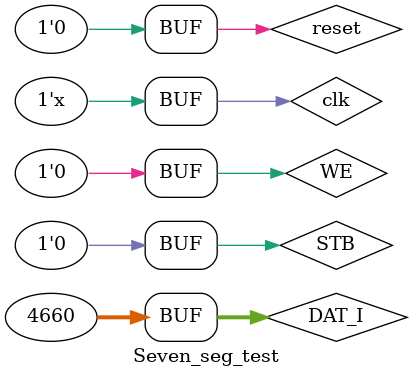
<source format=v>
`timescale 1ns / 1ps


module Seven_seg_test;

	// Inputs
	reg clk;
	reg reset;
	reg [31: 0] DAT_I;
	reg STB;
	reg WE;

	// Outputs
	wire [31:0] DAT_O;
	wire ACK;
	wire [7:0] Segment;
	wire [3:0] AN;
	wire [15: 0] debug_data_hold;

	// Instantiate the Unit Under Test (UUT)
	Seven_seg uut (
		.clk(clk), 
		.reset(reset), 
		.DAT_I(DAT_I), 
		.STB(STB), 
		.DAT_O(DAT_O), 
		.ACK(ACK), 
		.WE(WE), 
		.Segment(Segment), 
		.AN(AN), 
		.debug_data_hold(debug_data_hold)
	);

	initial begin
		// Initialize Inputs
		clk = 0;
		reset = 1;
		DAT_I = 0;
		STB = 0;
		WE = 0;

		// Wait 100 ns for global reset to finish
		#100;
        
		// Add stimulus here
        reset = 0;
        #50 DAT_I = 32'h00001234;
        STB = 1;
        #50 STB = 0;

	end

    always begin
        #25 clk = ~clk;
    end
      
endmodule


</source>
